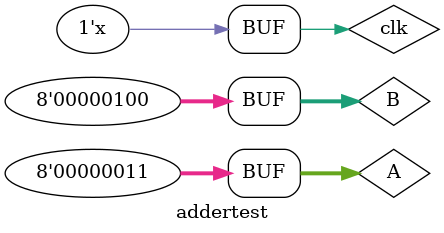
<source format=v>
`timescale 1ns / 1ps


module addertest;

	// Inputs
	reg [7:0] A;
	reg [7:0] B;
	reg clk;

	// Outputs
	wire [7:0] Sum;

	// Instantiate the Unit Under Test (UUT)
	adder uut (
		.A(A), 
		.B(B), 
		.clk(clk), 
		.Sum(Sum)
	);
   
	always #10 clk = ~clk;

	initial begin
		// Initialize Inputs
		A = 0;
		B = 0;
		clk = 0;

		// Wait 100 ns for global reset to finish
		#50;
        
		// Add stimulus here
      A = 7'b0000001;
		B = 7'b0000010;
		#20;
		
		A = 7'b0000011;
		B = 7'b0000100;
		


	end
      
endmodule


</source>
